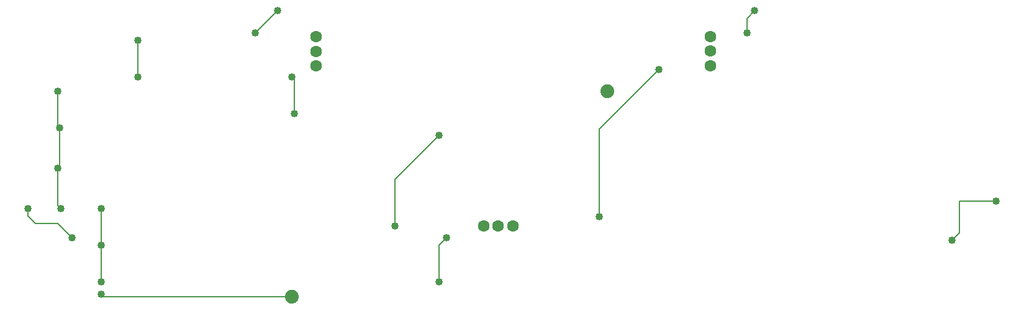
<source format=gbr>
G04 EAGLE Gerber RS-274X export*
G75*
%MOMM*%
%FSLAX34Y34*%
%LPD*%
%INBottom Copper*%
%IPPOS*%
%AMOC8*
5,1,8,0,0,1.08239X$1,22.5*%
G01*
%ADD10C,1.600000*%
%ADD11C,1.879600*%
%ADD12C,1.016000*%
%ADD13C,0.203200*%


D10*
X382400Y394700D03*
X382400Y374700D03*
X382400Y354700D03*
X611000Y136500D03*
X631000Y136500D03*
X651000Y136500D03*
X920500Y355000D03*
X920500Y375000D03*
X920500Y395000D03*
D11*
X350000Y40000D03*
X780000Y320000D03*
D12*
X330000Y430000D03*
D13*
X300000Y400000D01*
D12*
X300000Y400000D03*
X-10000Y160000D03*
D13*
X-10000Y150000D01*
X0Y140000D01*
X30000Y140000D02*
X50000Y120000D01*
X30000Y140000D02*
X0Y140000D01*
D12*
X50000Y120000D03*
X90000Y43000D03*
D13*
X93000Y40000D01*
X350000Y40000D01*
D12*
X768869Y148869D03*
D13*
X768869Y268869D01*
X850000Y350000D01*
D12*
X850000Y350000D03*
X490000Y136500D03*
D13*
X490000Y200000D01*
X550000Y260000D01*
D12*
X550000Y260000D03*
X560000Y120000D03*
D13*
X550000Y110000D01*
X550000Y60000D01*
D12*
X550000Y60000D03*
X1310000Y170000D03*
D13*
X1260000Y170000D01*
X1260000Y126872D02*
X1250000Y116872D01*
D12*
X1250000Y116872D03*
D13*
X1260000Y126872D02*
X1260000Y170000D01*
D12*
X970000Y400000D03*
D13*
X970000Y419500D01*
X980500Y430000D01*
D12*
X980500Y430000D03*
X140000Y340000D03*
D13*
X140000Y390000D01*
D12*
X140000Y390000D03*
X350000Y340000D03*
X353000Y290000D03*
D13*
X353000Y337000D02*
X350000Y340000D01*
X353000Y337000D02*
X353000Y290000D01*
D12*
X30750Y320000D03*
D13*
X30750Y272500D01*
X33250Y270000D01*
D12*
X33250Y270000D03*
D13*
X33250Y217500D01*
X30750Y215000D01*
D12*
X30750Y215000D03*
D13*
X30750Y164250D01*
X35000Y160000D01*
D12*
X35000Y160000D03*
X90000Y160000D03*
D13*
X90000Y110000D01*
D12*
X90000Y110000D03*
D13*
X90000Y60000D01*
D12*
X90000Y60000D03*
M02*

</source>
